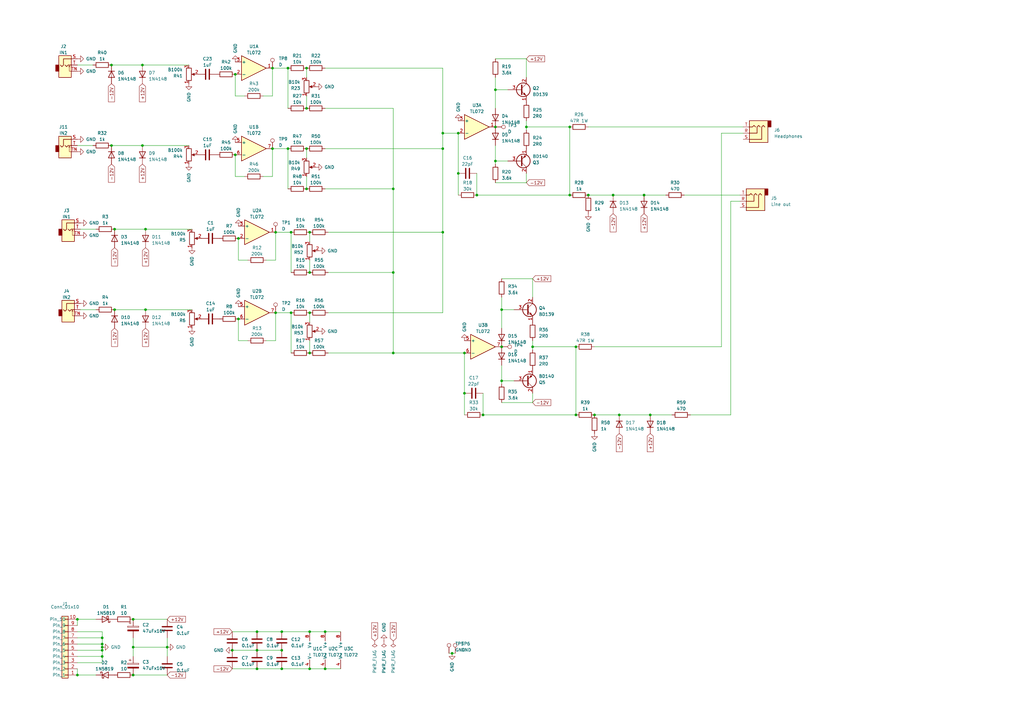
<source format=kicad_sch>
(kicad_sch (version 20230121) (generator eeschema)
  (paper "A3")
  (junction (at 97.79 130.81))
  (junction (at 119.38 95.25))
  (junction (at 59.69 127))
  (junction (at 203.2 52.07))
  (junction (at 241.3 80.01))
  (junction (at 181.61 54.61))
  (junction (at 119.38 128.27))
  (junction (at 41.91 266.7))
  (junction (at 31.75 254))
  (junction (at 125.73 44.45))
  (junction (at 203.2 36.83))
  (junction (at 113.03 128.27))
  (junction (at 215.9 52.07))
  (junction (at 161.29 77.47))
  (junction (at 125.73 27.94))
  (junction (at 118.11 60.96))
  (junction (at 264.16 80.01))
  (junction (at 236.22 142.24))
  (junction (at 187.96 71.12))
  (junction (at 127 128.27))
  (junction (at 45.72 26.67))
  (junction (at 41.91 264.16))
  (junction (at 96.52 63.5))
  (junction (at 161.29 111.76))
  (junction (at 185.42 267.97))
  (junction (at 205.74 156.21))
  (junction (at 46.99 127))
  (junction (at 46.99 93.98))
  (junction (at 105.41 259.08))
  (junction (at 105.41 266.7))
  (junction (at 41.91 265.43))
  (junction (at 203.2 66.04))
  (junction (at 133.35 274.32))
  (junction (at 127 111.76))
  (junction (at 115.57 259.08))
  (junction (at 68.58 265.43))
  (junction (at 113.03 95.25))
  (junction (at 31.75 276.86))
  (junction (at 127 144.78))
  (junction (at 195.58 80.01))
  (junction (at 205.74 142.24))
  (junction (at 243.84 170.18))
  (junction (at 54.61 265.43))
  (junction (at 111.76 60.96))
  (junction (at 105.41 274.32))
  (junction (at 125.73 77.47))
  (junction (at 190.5 161.29))
  (junction (at 58.42 26.67))
  (junction (at 96.52 30.48))
  (junction (at 181.61 60.96))
  (junction (at 205.74 127))
  (junction (at 161.29 144.78))
  (junction (at 190.5 144.78))
  (junction (at 58.42 59.69))
  (junction (at 233.68 80.01))
  (junction (at 97.79 97.79))
  (junction (at 233.68 52.07))
  (junction (at 115.57 266.7))
  (junction (at 187.96 54.61))
  (junction (at 115.57 274.32))
  (junction (at 118.11 27.94))
  (junction (at 127 95.25))
  (junction (at 198.12 170.18))
  (junction (at 111.76 27.94))
  (junction (at 95.25 266.7))
  (junction (at 236.22 170.18))
  (junction (at 127 259.08))
  (junction (at 125.73 60.96))
  (junction (at 54.61 254))
  (junction (at 45.72 59.69))
  (junction (at 218.44 142.24))
  (junction (at 59.69 93.98))
  (junction (at 127 274.32))
  (junction (at 41.91 269.24))
  (junction (at 133.35 259.08))
  (junction (at 266.7 170.18))
  (junction (at 254 170.18))
  (junction (at 251.46 80.01))
  (junction (at 54.61 276.86))
  (junction (at 41.91 261.62))
  (junction (at 181.61 95.25))
  (wire (pts (xy 31.75 259.08) (xy 41.91 259.08)))
  (wire (pts (xy 295.91 54.61) (xy 304.8 54.61)))
  (wire (pts (xy 45.72 59.69) (xy 58.42 59.69)))
  (wire (pts (xy 187.96 71.12) (xy 187.96 80.01)))
  (wire (pts (xy 133.35 274.32) (xy 139.7 274.32)))
  (wire (pts (xy 113.03 128.27) (xy 113.03 139.7)))
  (wire (pts (xy 113.03 139.7) (xy 109.22 139.7)))
  (wire (pts (xy 161.29 44.45) (xy 161.29 77.47)))
  (wire (pts (xy 31.75 264.16) (xy 41.91 264.16)))
  (wire (pts (xy 184.15 267.97) (xy 185.42 267.97)))
  (wire (pts (xy 233.68 52.07) (xy 215.9 52.07)))
  (wire (pts (xy 203.2 59.69) (xy 203.2 66.04)))
  (wire (pts (xy 39.37 254) (xy 31.75 254)))
  (wire (pts (xy 59.69 127) (xy 78.74 127)))
  (wire (pts (xy 41.91 269.24) (xy 41.91 266.7)))
  (wire (pts (xy 215.9 49.53) (xy 215.9 52.07)))
  (wire (pts (xy 161.29 111.76) (xy 161.29 144.78)))
  (wire (pts (xy 127 259.08) (xy 133.35 259.08)))
  (wire (pts (xy 218.44 114.3) (xy 218.44 121.92)))
  (wire (pts (xy 54.61 261.62) (xy 54.61 265.43)))
  (wire (pts (xy 203.2 24.13) (xy 215.9 24.13)))
  (wire (pts (xy 218.44 161.29) (xy 218.44 165.1)))
  (wire (pts (xy 187.96 71.12) (xy 187.96 54.61)))
  (wire (pts (xy 134.62 128.27) (xy 181.61 128.27)))
  (wire (pts (xy 127 274.32) (xy 133.35 274.32)))
  (wire (pts (xy 31.75 26.67) (xy 38.1 26.67)))
  (wire (pts (xy 97.79 139.7) (xy 97.79 130.81)))
  (wire (pts (xy 241.3 80.01) (xy 251.46 80.01)))
  (wire (pts (xy 205.74 114.3) (xy 218.44 114.3)))
  (wire (pts (xy 190.5 161.29) (xy 190.5 144.78)))
  (wire (pts (xy 205.74 121.92) (xy 205.74 127)))
  (wire (pts (xy 45.72 26.67) (xy 58.42 26.67)))
  (wire (pts (xy 54.61 276.86) (xy 68.58 276.86)))
  (wire (pts (xy 68.58 261.62) (xy 68.58 265.43)))
  (wire (pts (xy 218.44 142.24) (xy 218.44 143.51)))
  (wire (pts (xy 299.72 170.18) (xy 283.21 170.18)))
  (wire (pts (xy 133.35 77.47) (xy 161.29 77.47)))
  (wire (pts (xy 31.75 59.69) (xy 38.1 59.69)))
  (wire (pts (xy 33.02 93.98) (xy 39.37 93.98)))
  (wire (pts (xy 105.41 274.32) (xy 115.57 274.32)))
  (wire (pts (xy 101.6 106.68) (xy 97.79 106.68)))
  (wire (pts (xy 41.91 266.7) (xy 41.91 265.43)))
  (wire (pts (xy 59.69 93.98) (xy 78.74 93.98)))
  (wire (pts (xy 161.29 144.78) (xy 190.5 144.78)))
  (wire (pts (xy 303.53 80.01) (xy 280.67 80.01)))
  (wire (pts (xy 105.41 266.7) (xy 115.57 266.7)))
  (wire (pts (xy 205.74 149.86) (xy 205.74 156.21)))
  (wire (pts (xy 100.33 39.37) (xy 96.52 39.37)))
  (wire (pts (xy 134.62 144.78) (xy 161.29 144.78)))
  (wire (pts (xy 181.61 54.61) (xy 187.96 54.61)))
  (wire (pts (xy 41.91 259.08) (xy 41.91 261.62)))
  (wire (pts (xy 203.2 74.93) (xy 215.9 74.93)))
  (wire (pts (xy 215.9 24.13) (xy 215.9 31.75)))
  (wire (pts (xy 125.73 64.77) (xy 125.73 60.96)))
  (wire (pts (xy 198.12 170.18) (xy 236.22 170.18)))
  (wire (pts (xy 33.02 127) (xy 39.37 127)))
  (wire (pts (xy 215.9 71.12) (xy 215.9 74.93)))
  (wire (pts (xy 118.11 27.94) (xy 118.11 44.45)))
  (wire (pts (xy 101.6 139.7) (xy 97.79 139.7)))
  (wire (pts (xy 54.61 265.43) (xy 54.61 269.24)))
  (wire (pts (xy 127 132.08) (xy 127 128.27)))
  (wire (pts (xy 243.84 142.24) (xy 295.91 142.24)))
  (wire (pts (xy 113.03 95.25) (xy 113.03 106.68)))
  (wire (pts (xy 243.84 170.18) (xy 254 170.18)))
  (wire (pts (xy 203.2 36.83) (xy 208.28 36.83)))
  (wire (pts (xy 127 106.68) (xy 127 111.76)))
  (wire (pts (xy 54.61 265.43) (xy 68.58 265.43)))
  (wire (pts (xy 46.99 93.98) (xy 59.69 93.98)))
  (wire (pts (xy 115.57 259.08) (xy 127 259.08)))
  (wire (pts (xy 133.35 44.45) (xy 161.29 44.45)))
  (wire (pts (xy 161.29 77.47) (xy 161.29 111.76)))
  (wire (pts (xy 113.03 95.25) (xy 119.38 95.25)))
  (wire (pts (xy 119.38 128.27) (xy 119.38 144.78)))
  (wire (pts (xy 111.76 27.94) (xy 111.76 39.37)))
  (wire (pts (xy 127 139.7) (xy 127 144.78)))
  (wire (pts (xy 195.58 80.01) (xy 233.68 80.01)))
  (wire (pts (xy 95.25 266.7) (xy 105.41 266.7)))
  (wire (pts (xy 134.62 95.25) (xy 181.61 95.25)))
  (wire (pts (xy 133.35 259.08) (xy 139.7 259.08)))
  (wire (pts (xy 203.2 36.83) (xy 203.2 44.45)))
  (wire (pts (xy 97.79 106.68) (xy 97.79 97.79)))
  (wire (pts (xy 31.75 266.7) (xy 41.91 266.7)))
  (wire (pts (xy 134.62 111.76) (xy 161.29 111.76)))
  (wire (pts (xy 31.75 261.62) (xy 41.91 261.62)))
  (wire (pts (xy 185.42 267.97) (xy 186.69 267.97)))
  (wire (pts (xy 127 99.06) (xy 127 95.25)))
  (wire (pts (xy 113.03 106.68) (xy 109.22 106.68)))
  (wire (pts (xy 133.35 27.94) (xy 181.61 27.94)))
  (wire (pts (xy 190.5 161.29) (xy 190.5 170.18)))
  (wire (pts (xy 54.61 254) (xy 68.58 254)))
  (wire (pts (xy 125.73 31.75) (xy 125.73 27.94)))
  (wire (pts (xy 205.74 127) (xy 210.82 127)))
  (wire (pts (xy 96.52 39.37) (xy 96.52 30.48)))
  (wire (pts (xy 205.74 156.21) (xy 205.74 157.48)))
  (wire (pts (xy 233.68 80.01) (xy 233.68 52.07)))
  (wire (pts (xy 198.12 161.29) (xy 198.12 170.18)))
  (wire (pts (xy 58.42 59.69) (xy 77.47 59.69)))
  (wire (pts (xy 295.91 142.24) (xy 295.91 54.61)))
  (wire (pts (xy 251.46 80.01) (xy 264.16 80.01)))
  (wire (pts (xy 241.3 52.07) (xy 304.8 52.07)))
  (wire (pts (xy 119.38 95.25) (xy 119.38 111.76)))
  (wire (pts (xy 254 170.18) (xy 266.7 170.18)))
  (wire (pts (xy 68.58 265.43) (xy 68.58 269.24)))
  (wire (pts (xy 105.41 259.08) (xy 115.57 259.08)))
  (wire (pts (xy 39.37 276.86) (xy 31.75 276.86)))
  (wire (pts (xy 118.11 60.96) (xy 118.11 77.47)))
  (wire (pts (xy 41.91 261.62) (xy 41.91 264.16)))
  (wire (pts (xy 299.72 82.55) (xy 299.72 170.18)))
  (wire (pts (xy 181.61 95.25) (xy 181.61 60.96)))
  (wire (pts (xy 181.61 60.96) (xy 181.61 54.61)))
  (wire (pts (xy 181.61 27.94) (xy 181.61 54.61)))
  (wire (pts (xy 266.7 170.18) (xy 275.59 170.18)))
  (wire (pts (xy 41.91 271.78) (xy 41.91 269.24)))
  (wire (pts (xy 96.52 72.39) (xy 96.52 63.5)))
  (wire (pts (xy 58.42 26.67) (xy 77.47 26.67)))
  (wire (pts (xy 203.2 31.75) (xy 203.2 36.83)))
  (wire (pts (xy 195.58 71.12) (xy 195.58 80.01)))
  (wire (pts (xy 111.76 60.96) (xy 118.11 60.96)))
  (wire (pts (xy 95.25 274.32) (xy 105.41 274.32)))
  (wire (pts (xy 205.74 127) (xy 205.74 134.62)))
  (wire (pts (xy 299.72 82.55) (xy 303.53 82.55)))
  (wire (pts (xy 181.61 128.27) (xy 181.61 95.25)))
  (wire (pts (xy 203.2 66.04) (xy 203.2 67.31)))
  (wire (pts (xy 111.76 60.96) (xy 111.76 72.39)))
  (wire (pts (xy 218.44 139.7) (xy 218.44 142.24)))
  (wire (pts (xy 205.74 156.21) (xy 210.82 156.21)))
  (wire (pts (xy 203.2 66.04) (xy 208.28 66.04)))
  (wire (pts (xy 215.9 52.07) (xy 215.9 53.34)))
  (wire (pts (xy 125.73 72.39) (xy 125.73 77.47)))
  (wire (pts (xy 236.22 170.18) (xy 236.22 142.24)))
  (wire (pts (xy 115.57 274.32) (xy 127 274.32)))
  (wire (pts (xy 95.25 259.08) (xy 105.41 259.08)))
  (wire (pts (xy 31.75 254) (xy 31.75 256.54)))
  (wire (pts (xy 264.16 80.01) (xy 273.05 80.01)))
  (wire (pts (xy 125.73 39.37) (xy 125.73 44.45)))
  (wire (pts (xy 236.22 142.24) (xy 218.44 142.24)))
  (wire (pts (xy 31.75 274.32) (xy 31.75 276.86)))
  (wire (pts (xy 133.35 60.96) (xy 181.61 60.96)))
  (wire (pts (xy 111.76 27.94) (xy 118.11 27.94)))
  (wire (pts (xy 205.74 165.1) (xy 218.44 165.1)))
  (wire (pts (xy 31.75 271.78) (xy 41.91 271.78)))
  (wire (pts (xy 113.03 128.27) (xy 119.38 128.27)))
  (wire (pts (xy 111.76 72.39) (xy 107.95 72.39)))
  (wire (pts (xy 100.33 72.39) (xy 96.52 72.39)))
  (wire (pts (xy 31.75 269.24) (xy 41.91 269.24)))
  (wire (pts (xy 41.91 264.16) (xy 41.91 265.43)))
  (wire (pts (xy 111.76 39.37) (xy 107.95 39.37)))
  (wire (pts (xy 46.99 127) (xy 59.69 127)))
  (global_label "-12V" (shape input) (at 95.25 274.32 180) (property "Intersheetrefs" "${INTERSHEET_REFS}" (effects hide)))
  (global_label "-12V" (shape input) (at 218.44 165.1 0) (property "Intersheetrefs" "${INTERSHEET_REFS}" (effects hide)))
  (global_label "+12V" (shape input) (at 68.58 254 0) (property "Intersheetrefs" "${INTERSHEET_REFS}" (effects hide)))
  (global_label "+12V" (shape input) (at 59.69 101.6 270) (property "Intersheetrefs" "${INTERSHEET_REFS}" (effects hide)))
  (global_label "-12V" (shape input) (at 46.99 134.62 270) (property "Intersheetrefs" "${INTERSHEET_REFS}" (effects hide)))
  (global_label "+12V" (shape input) (at 218.44 114.3 0) (property "Intersheetrefs" "${INTERSHEET_REFS}" (effects hide)))
  (global_label "+12V" (shape input) (at 95.25 259.08 180) (property "Intersheetrefs" "${INTERSHEET_REFS}" (effects hide)))
  (global_label "-12V" (shape input) (at 45.72 34.29 270) (property "Intersheetrefs" "${INTERSHEET_REFS}" (effects hide)))
  (global_label "+12V" (shape input) (at 58.42 34.29 270) (property "Intersheetrefs" "${INTERSHEET_REFS}" (effects hide)))
  (global_label "+12V" (shape input) (at 264.16 87.63 270) (property "Intersheetrefs" "${INTERSHEET_REFS}" (effects hide)))
  (global_label "+12V" (shape input) (at 266.7 177.8 270) (property "Intersheetrefs" "${INTERSHEET_REFS}" (effects hide)))
  (global_label "-12V" (shape input) (at 68.58 276.86 0) (property "Intersheetrefs" "${INTERSHEET_REFS}" (effects hide)))
  (global_label "-12V" (shape input) (at 46.99 101.6 270) (property "Intersheetrefs" "${INTERSHEET_REFS}" (effects hide)))
  (global_label "-12V" (shape input) (at 161.29 262.89 90) (property "Intersheetrefs" "${INTERSHEET_REFS}" (effects hide)))
  (global_label "-12V" (shape input) (at 45.72 67.31 270) (property "Intersheetrefs" "${INTERSHEET_REFS}" (effects hide)))
  (global_label "+12V" (shape input) (at 59.69 134.62 270) (property "Intersheetrefs" "${INTERSHEET_REFS}" (effects hide)))
  (global_label "+12V" (shape input) (at 153.67 262.89 90) (property "Intersheetrefs" "${INTERSHEET_REFS}" (effects hide)))
  (global_label "+12V" (shape input) (at 58.42 67.31 270) (property "Intersheetrefs" "${INTERSHEET_REFS}" (effects hide)))
  (global_label "+12V" (shape input) (at 215.9 24.13 0) (property "Intersheetrefs" "${INTERSHEET_REFS}" (effects hide)))
  (global_label "-12V" (shape input) (at 251.46 87.63 270) (property "Intersheetrefs" "${INTERSHEET_REFS}" (effects hide)))
  (global_label "-12V" (shape input) (at 254 177.8 270) (property "Intersheetrefs" "${INTERSHEET_REFS}" (effects hide)))
  (global_label "-12V" (shape input) (at 215.9 74.93 0) (property "Intersheetrefs" "${INTERSHEET_REFS}" (effects hide)))
  (symbol (lib_name "GND_1") (lib_id "power:GND") (at 31.75 29.21 90) (unit 1)
    (property "Reference" "#PWR039" (effects hide))
    (property "Value" "GND" (at 39.37 29.21 90) (effects (justify left)))
  )
  (symbol (lib_id "Device:D") (at 205.74 138.43 90) (unit 1)
    (property "Reference" "D15" (at 208.28 137.795 90) (effects (justify right)))
    (property "Value" "1N4148" (at 208.28 140.335 90) (effects (justify right)))
    (property "Footprint" "Diode_THT:D_DO-35_SOD27_P7.62mm_Horizontal" (effects hide))
    (property "Sim.Device" "D" (effects hide))
    (property "Sim.Pins" "1=K 2=A" (effects hide))
  )
  (symbol (lib_name "GND_1") (lib_id "power:GND") (at 33.02 124.46 90) (unit 1)
    (property "Reference" "#PWR06" (effects hide))
    (property "Value" "GND" (at 40.64 124.46 90) (effects (justify left)))
  )
  (symbol (lib_id "Device:R") (at 129.54 60.96 270) (unit 1)
    (property "Reference" "R50" (at 129.54 55.88 90))
    (property "Value" "100k" (at 129.54 58.42 90))
    (property "Footprint" "Resistor_THT:R_Axial_DIN0207_L6.3mm_D2.5mm_P2.54mm_Vertical" (effects hide))
  )
  (symbol (lib_name "GND_1") (lib_id "power:GND") (at 190.5 139.7 180) (unit 1)
    (property "Reference" "#PWR015" (effects hide))
    (property "Value" "GND" (at 190.5 132.08 90) (effects (justify left)))
  )
  (symbol (lib_id "Device:R") (at 93.98 130.81 270) (unit 1)
    (property "Reference" "R8" (at 93.98 125.73 90))
    (property "Value" "100k" (at 93.98 128.27 90))
    (property "Footprint" "Resistor_THT:R_Axial_DIN0207_L6.3mm_D2.5mm_P2.54mm_Vertical" (effects hide))
  )
  (symbol (lib_id "Device:C") (at 68.58 273.05 0) (unit 1)
    (property "Reference" "C5" (at 72.39 272.415 0) (effects (justify left)))
    (property "Value" "0.1uF" (at 72.39 274.955 0) (effects (justify left)))
    (property "Footprint" "Capacitor_THT:C_Disc_D5.0mm_W2.5mm_P5.00mm" (effects hide))
  )
  (symbol (lib_id "Device:R_Potentiometer") (at 77.47 63.5 0) (mirror x) (unit 1)
    (property "Reference" "R44" (at 74.93 64.135 0) (effects (justify right)))
    (property "Value" "B100k" (at 74.93 61.595 0) (effects (justify right)))
    (property "Footprint" "Potentiometer_THT:Potentiometer_Alpha_RD901F-40-00D_Single_Vertical" (effects hide))
  )
  (symbol (lib_id "Connector:TestPoint") (at 184.15 267.97 0) (unit 1)
    (property "Reference" "TP5" (at 186.69 264.033 0) (effects (justify left)))
    (property "Value" "GND" (at 186.69 266.573 0) (effects (justify left)))
    (property "Footprint" "Connector_PinSocket_1.27mm:PinSocket_1x01_P1.27mm_Vertical" (effects hide))
  )
  (symbol (lib_id "Device:R") (at 203.2 27.94 0) (unit 1)
    (property "Reference" "R19" (at 205.74 27.305 0) (effects (justify left)))
    (property "Value" "3.6k" (at 205.74 29.845 0) (effects (justify left)))
    (property "Footprint" "Resistor_THT:R_Axial_DIN0207_L6.3mm_D2.5mm_P2.54mm_Vertical" (effects hide))
  )
  (symbol (lib_id "power:GND") (at 68.58 265.43 90) (unit 1)
    (property "Reference" "#PWR04" (effects hide))
    (property "Value" "GND" (at 76.2 265.43 90) (effects (justify left)))
  )
  (symbol (lib_id "power:PWR_FLAG") (at 157.48 262.89 180) (unit 1)
    (property "Reference" "#FLG02" (effects hide))
    (property "Value" "PWR_FLAG" (at 157.4799 266.573 90) (effects (justify left)))
  )
  (symbol (lib_id "Device:R") (at 191.77 80.01 270) (unit 1)
    (property "Reference" "R18" (at 191.77 74.93 90))
    (property "Value" "30k" (at 191.77 77.47 90))
    (property "Footprint" "Resistor_THT:R_Axial_DIN0207_L6.3mm_D2.5mm_P2.54mm_Vertical" (effects hide))
  )
  (symbol (lib_id "Device:D") (at 58.42 63.5 90) (unit 1)
    (property "Reference" "D9" (at 60.96 62.865 90) (effects (justify right)))
    (property "Value" "1N4148" (at 60.96 65.405 90) (effects (justify right)))
    (property "Footprint" "Diode_THT:D_DO-35_SOD27_P7.62mm_Horizontal" (effects hide))
    (property "Sim.Device" "D" (effects hide))
    (property "Sim.Pins" "1=K 2=A" (effects hide))
  )
  (symbol (lib_id "Device:C_Polarized") (at 54.61 273.05 0) (unit 1)
    (property "Reference" "C3" (at 58.42 271.526 0) (effects (justify left)))
    (property "Value" "47uFx16V" (at 58.42 274.066 0) (effects (justify left)))
    (property "Footprint" "Capacitor_THT:CP_Radial_D5.0mm_P2.50mm" (effects hide))
  )
  (symbol (lib_id "Device:R") (at 104.14 39.37 270) (unit 1)
    (property "Reference" "R43" (at 104.14 34.29 90))
    (property "Value" "200k" (at 104.14 36.83 90))
    (property "Footprint" "Resistor_THT:R_Axial_DIN0207_L6.3mm_D2.5mm_P2.54mm_Vertical" (effects hide))
  )
  (symbol (lib_id "Device:C") (at 86.36 97.79 90) (unit 1)
    (property "Reference" "C1" (at 86.36 91.44 90))
    (property "Value" "1uF" (at 86.36 93.98 90))
    (property "Footprint" "Capacitor_THT:C_Disc_D5.0mm_W2.5mm_P5.00mm" (effects hide))
  )
  (symbol (lib_name "GND_1") (lib_id "power:GND") (at 96.52 58.42 180) (unit 1)
    (property "Reference" "#PWR037" (effects hide))
    (property "Value" "GND" (at 96.52 50.8 90) (effects (justify left)))
  )
  (symbol (lib_id "Connector:TestPoint") (at 186.69 267.97 0) (unit 1)
    (property "Reference" "TP6" (at 189.23 264.033 0) (effects (justify left)))
    (property "Value" "GND" (at 189.23 266.573 0) (effects (justify left)))
    (property "Footprint" "Connector_PinSocket_1.27mm:PinSocket_1x01_P1.27mm_Vertical" (effects hide))
  )
  (symbol (lib_id "Device:R") (at 123.19 144.78 270) (unit 1)
    (property "Reference" "R17" (at 123.19 139.7 90))
    (property "Value" "10k" (at 123.19 142.24 90))
    (property "Footprint" "Resistor_THT:R_Axial_DIN0207_L6.3mm_D2.5mm_P2.54mm_Vertical" (effects hide))
  )
  (symbol (lib_id "Device:R") (at 215.9 57.15 0) (unit 1)
    (property "Reference" "R24" (at 218.44 56.515 0) (effects (justify left)))
    (property "Value" "2R0" (at 218.44 59.055 0) (effects (justify left)))
    (property "Footprint" "Resistor_THT:R_Axial_DIN0207_L6.3mm_D2.5mm_P2.54mm_Vertical" (effects hide))
  )
  (symbol (lib_id "Transistor_BJT:BD140") (at 213.36 66.04 0) (mirror x) (unit 1)
    (property "Reference" "Q3" (at 218.44 66.675 0) (effects (justify left)))
    (property "Value" "BD140" (at 218.44 64.135 0) (effects (justify left)))
    (property "Footprint" "Package_TO_SOT_THT:TO-126-3_Vertical" (effects hide))
    (property "Datasheet" "http://www.st.com/internet/com/TECHNICAL_RESOURCES/TECHNICAL_LITERATURE/DATASHEET/CD00001225.pdf" (effects hide))
  )
  (symbol (lib_id "Device:R") (at 130.81 95.25 270) (unit 1)
    (property "Reference" "R54" (at 130.81 90.17 90))
    (property "Value" "100k" (at 130.81 92.71 90))
    (property "Footprint" "Resistor_THT:R_Axial_DIN0207_L6.3mm_D2.5mm_P2.54mm_Vertical" (effects hide))
  )
  (symbol (lib_id "Amplifier_Operational:TL072") (at 104.14 27.94 0) (unit 1)
    (property "Reference" "U1" (at 104.14 19.05 0))
    (property "Value" "TL072" (at 104.14 21.59 0))
    (property "Datasheet" "http://www.ti.com/lit/ds/symlink/tl071.pdf" (effects hide))
  )
  (symbol (lib_id "Transistor_BJT:BD139") (at 215.9 127 0) (unit 1)
    (property "Reference" "Q4" (at 220.98 126.365 0) (effects (justify left)))
    (property "Value" "BD139" (at 220.98 128.905 0) (effects (justify left)))
    (property "Footprint" "Package_TO_SOT_THT:TO-126-3_Vertical" (effects hide))
    (property "Datasheet" "http://www.st.com/internet/com/TECHNICAL_RESOURCES/TECHNICAL_LITERATURE/DATASHEET/CD00001225.pdf" (effects hide))
  )
  (symbol (lib_name "GND_1") (lib_id "power:GND") (at 97.79 92.71 180) (unit 1)
    (property "Reference" "#PWR014" (effects hide))
    (property "Value" "GND" (at 97.79 85.09 90) (effects (justify left)))
  )
  (symbol (lib_id "Connector:TestPoint") (at 111.76 27.94 0) (unit 1)
    (property "Reference" "TP8" (at 114.3 24.003 0) (effects (justify left)))
    (property "Value" "D" (at 114.3 26.543 0) (effects (justify left)))
    (property "Footprint" "Connector_PinSocket_1.27mm:PinSocket_1x01_P1.27mm_Vertical" (effects hide))
  )
  (symbol (lib_id "Connector_Audio:AudioJack2_SwitchT") (at 26.67 59.69 0) (unit 1)
    (property "Reference" "J11" (at 26.035 52.07 0))
    (property "Value" "IN2" (at 26.035 54.61 0))
    (property "Footprint" "Connector_Audio:Jack_3.5mm_QingPu_WQP-PJ398SM_Vertical_CircularHoles" (effects hide))
  )
  (symbol (lib_id "Device:R") (at 218.44 135.89 0) (unit 1)
    (property "Reference" "R36" (at 220.98 135.255 0) (effects (justify left)))
    (property "Value" "2R0" (at 220.98 137.795 0) (effects (justify left)))
    (property "Footprint" "Resistor_THT:R_Axial_DIN0207_L6.3mm_D2.5mm_P2.54mm_Vertical" (effects hide))
  )
  (symbol (lib_id "Device:R") (at 41.91 26.67 90) (unit 1)
    (property "Reference" "R40" (at 41.91 21.59 90))
    (property "Value" "1k" (at 41.91 24.13 90))
    (property "Footprint" "Resistor_THT:R_Axial_DIN0207_L6.3mm_D2.5mm_P2.54mm_Vertical" (effects hide))
  )
  (symbol (lib_id "Amplifier_Operational:TL072") (at 198.12 142.24 0) (unit 2)
    (property "Reference" "U3" (at 198.12 133.35 0))
    (property "Value" "TL072" (at 198.12 135.89 0))
    (property "Datasheet" "http://www.ti.com/lit/ds/symlink/tl071.pdf" (effects hide))
  )
  (symbol (lib_name "GND_1") (lib_id "power:GND") (at 31.75 62.23 90) (unit 1)
    (property "Reference" "#PWR040" (effects hide))
    (property "Value" "GND" (at 39.37 62.23 90) (effects (justify left)))
  )
  (symbol (lib_name "GND_1") (lib_id "power:GND") (at 78.74 101.6 0) (unit 1)
    (property "Reference" "#PWR012" (effects hide))
    (property "Value" "GND" (at 78.74 109.22 90) (effects (justify left)))
  )
  (symbol (lib_id "Diode:1N5819") (at 43.18 276.86 0) (unit 1)
    (property "Reference" "D2" (at 42.8625 271.78 0))
    (property "Value" "1N5819" (at 42.8625 274.32 0))
    (property "Footprint" "Diode_THT:D_DO-41_SOD81_P7.62mm_Horizontal" (effects hide))
    (property "Datasheet" "http://www.vishay.com/docs/88525/1n5817.pdf" (effects hide))
  )
  (symbol (lib_id "Device:R") (at 130.81 128.27 270) (unit 1)
    (property "Reference" "R56" (at 130.81 123.19 90))
    (property "Value" "100k" (at 130.81 125.73 90))
    (property "Footprint" "Resistor_THT:R_Axial_DIN0207_L6.3mm_D2.5mm_P2.54mm_Vertical" (effects hide))
  )
  (symbol (lib_id "Connector_Audio:AudioJack3") (at 309.88 54.61 180) (unit 1)
    (property "Reference" "J6" (at 317.5 53.34 0) (effects (justify right)))
    (property "Value" "Headphones" (at 317.5 55.88 0) (effects (justify right)))
  )
  (symbol (lib_id "Device:R") (at 241.3 83.82 180) (unit 1)
    (property "Reference" "R29" (at 243.84 83.185 0) (effects (justify right)))
    (property "Value" "1k" (at 243.84 85.725 0) (effects (justify right)))
    (property "Footprint" "Resistor_THT:R_Axial_DIN0207_L6.3mm_D2.5mm_P2.54mm_Vertical" (effects hide))
  )
  (symbol (lib_id "Device:D") (at 203.2 48.26 90) (unit 1)
    (property "Reference" "D4" (at 205.74 47.625 90) (effects (justify right)))
    (property "Value" "1N4148" (at 205.74 50.165 90) (effects (justify right)))
    (property "Footprint" "Diode_THT:D_DO-35_SOD27_P7.62mm_Horizontal" (effects hide))
    (property "Sim.Device" "D" (effects hide))
    (property "Sim.Pins" "1=K 2=A" (effects hide))
  )
  (symbol (lib_id "Device:R") (at 237.49 52.07 90) (unit 1)
    (property "Reference" "R26" (at 237.49 46.99 90))
    (property "Value" "47R 1W" (at 237.49 49.53 90))
    (property "Footprint" "Resistor_THT:R_Axial_DIN0207_L6.3mm_D2.5mm_P2.54mm_Vertical" (effects hide))
  )
  (symbol (lib_id "Device:D") (at 251.46 83.82 270) (unit 1)
    (property "Reference" "D13" (at 254 83.185 90) (effects (justify left)))
    (property "Value" "1N4148" (at 254 85.725 90) (effects (justify left)))
    (property "Footprint" "Diode_THT:D_DO-35_SOD27_P7.62mm_Horizontal" (effects hide))
    (property "Sim.Device" "D" (effects hide))
    (property "Sim.Pins" "1=K 2=A" (effects hide))
  )
  (symbol (lib_id "Device:R") (at 104.14 72.39 270) (unit 1)
    (property "Reference" "R46" (at 104.14 67.31 90))
    (property "Value" "200k" (at 104.14 69.85 90))
    (property "Footprint" "Resistor_THT:R_Axial_DIN0207_L6.3mm_D2.5mm_P2.54mm_Vertical" (effects hide))
  )
  (symbol (lib_id "Device:R") (at 121.92 44.45 270) (unit 1)
    (property "Reference" "R27" (at 121.92 39.37 90))
    (property "Value" "10k" (at 121.92 41.91 90))
    (property "Footprint" "Resistor_THT:R_Axial_DIN0207_L6.3mm_D2.5mm_P2.54mm_Vertical" (effects hide))
  )
  (symbol (lib_id "Device:R") (at 50.8 276.86 90) (unit 1)
    (property "Reference" "R2" (at 50.8 271.78 90))
    (property "Value" "10" (at 50.8 274.32 90))
    (property "Footprint" "Resistor_THT:R_Axial_DIN0207_L6.3mm_D2.5mm_P2.54mm_Vertical" (effects hide))
  )
  (symbol (lib_id "Amplifier_Operational:TL072") (at 105.41 95.25 0) (unit 1)
    (property "Reference" "U2" (at 105.41 86.36 0))
    (property "Value" "TL072" (at 105.41 88.9 0))
    (property "Datasheet" "http://www.ti.com/lit/ds/symlink/tl071.pdf" (effects hide))
  )
  (symbol (lib_id "Device:C") (at 194.31 161.29 90) (unit 1)
    (property "Reference" "C17" (at 194.31 154.94 90))
    (property "Value" "22pF" (at 194.31 157.48 90))
    (property "Footprint" "Capacitor_THT:C_Disc_D5.0mm_W2.5mm_P5.00mm" (effects hide))
  )
  (symbol (lib_id "Connector:TestPoint") (at 111.76 60.96 0) (unit 1)
    (property "Reference" "TP9" (at 114.3 57.023 0) (effects (justify left)))
    (property "Value" "D" (at 114.3 59.563 0) (effects (justify left)))
    (property "Footprint" "Connector_PinSocket_1.27mm:PinSocket_1x01_P1.27mm_Vertical" (effects hide))
  )
  (symbol (lib_id "power:PWR_FLAG") (at 153.67 262.89 180) (unit 1)
    (property "Reference" "#FLG01" (effects hide))
    (property "Value" "PWR_FLAG" (at 153.6699 266.573 90) (effects (justify left)))
  )
  (symbol (lib_id "Amplifier_Operational:TL072") (at 195.58 52.07 0) (unit 1)
    (property "Reference" "U3" (at 195.58 43.18 0))
    (property "Value" "TL072" (at 195.58 45.72 0))
    (property "Datasheet" "http://www.ti.com/lit/ds/symlink/tl071.pdf" (effects hide))
  )
  (symbol (lib_id "Device:R_Potentiometer") (at 78.74 97.79 0) (mirror x) (unit 1)
    (property "Reference" "R5" (at 76.2 98.425 0) (effects (justify right)))
    (property "Value" "B100k" (at 76.2 95.885 0) (effects (justify right)))
    (property "Footprint" "Potentiometer_THT:Potentiometer_Alpha_RD901F-40-00D_Single_Vertical" (effects hide))
  )
  (symbol (lib_id "Device:R") (at 92.71 63.5 270) (unit 1)
    (property "Reference" "R45" (at 92.71 58.42 90))
    (property "Value" "100k" (at 92.71 60.96 90))
    (property "Footprint" "Resistor_THT:R_Axial_DIN0207_L6.3mm_D2.5mm_P2.54mm_Vertical" (effects hide))
  )
  (symbol (lib_id "Device:R") (at 93.98 97.79 270) (unit 1)
    (property "Reference" "R7" (at 93.98 92.71 90))
    (property "Value" "100k" (at 93.98 95.25 90))
    (property "Footprint" "Resistor_THT:R_Axial_DIN0207_L6.3mm_D2.5mm_P2.54mm_Vertical" (effects hide))
  )
  (symbol (lib_name "GND_1") (lib_id "power:GND") (at 33.02 96.52 90) (unit 1)
    (property "Reference" "#PWR03" (effects hide))
    (property "Value" "GND" (at 40.64 96.52 90) (effects (justify left)))
  )
  (symbol (lib_id "Device:D") (at 264.16 83.82 90) (unit 1)
    (property "Reference" "D14" (at 266.7 83.185 90) (effects (justify right)))
    (property "Value" "1N4148" (at 266.7 85.725 90) (effects (justify right)))
    (property "Footprint" "Diode_THT:D_DO-35_SOD27_P7.62mm_Horizontal" (effects hide))
    (property "Sim.Device" "D" (effects hide))
    (property "Sim.Pins" "1=K 2=A" (effects hide))
  )
  (symbol (lib_id "Device:C") (at 105.41 270.51 0) (unit 1)
    (property "Reference" "C9" (at 109.22 269.875 0) (effects (justify left)))
    (property "Value" "0.1uF" (at 109.22 272.415 0) (effects (justify left)))
    (property "Footprint" "Capacitor_THT:C_Disc_D5.0mm_W2.5mm_P5.00mm" (effects hide))
  )
  (symbol (lib_name "GND_1") (lib_id "power:GND") (at 33.02 91.44 90) (unit 1)
    (property "Reference" "#PWR02" (effects hide))
    (property "Value" "GND" (at 40.64 91.44 90) (effects (justify left)))
  )
  (symbol (lib_id "Connector_Audio:AudioJack2_SwitchT") (at 27.94 93.98 0) (unit 1)
    (property "Reference" "J3" (at 27.305 86.36 0))
    (property "Value" "IN1" (at 27.305 88.9 0))
    (property "Footprint" "Connector_Audio:Jack_3.5mm_QingPu_WQP-PJ398SM_Vertical_CircularHoles" (effects hide))
  )
  (symbol (lib_id "Transistor_BJT:BD140") (at 215.9 156.21 0) (mirror x) (unit 1)
    (property "Reference" "Q5" (at 220.98 156.845 0) (effects (justify left)))
    (property "Value" "BD140" (at 220.98 154.305 0) (effects (justify left)))
    (property "Footprint" "Package_TO_SOT_THT:TO-126-3_Vertical" (effects hide))
    (property "Datasheet" "http://www.st.com/internet/com/TECHNICAL_RESOURCES/TECHNICAL_LITERATURE/DATASHEET/CD00001225.pdf" (effects hide))
  )
  (symbol (lib_id "Device:R") (at 276.86 80.01 90) (unit 1)
    (property "Reference" "R30" (at 276.86 74.93 90))
    (property "Value" "470" (at 276.86 77.47 90))
    (property "Footprint" "Resistor_THT:R_Axial_DIN0207_L6.3mm_D2.5mm_P2.54mm_Vertical" (effects hide))
  )
  (symbol (lib_id "Device:R_Potentiometer") (at 127 102.87 0) (mirror x) (unit 1)
    (property "Reference" "R52" (at 124.46 103.505 0) (effects (justify right)))
    (property "Value" "B10k" (at 124.46 100.965 0) (effects (justify right)))
    (property "Footprint" "Potentiometer_THT:Potentiometer_Alpha_RD901F-40-00D_Single_Vertical" (effects hide))
  )
  (symbol (lib_id "Device:D") (at 46.99 97.79 270) (unit 1)
    (property "Reference" "D3" (at 49.53 97.155 90) (effects (justify left)))
    (property "Value" "1N4148" (at 49.53 99.695 90) (effects (justify left)))
    (property "Footprint" "Diode_THT:D_DO-35_SOD27_P7.62mm_Horizontal" (effects hide))
    (property "Sim.Device" "D" (effects hide))
    (property "Sim.Pins" "1=K 2=A" (effects hide))
  )
  (symbol (lib_id "Connector:TestPoint") (at 113.03 95.25 0) (unit 1)
    (property "Reference" "TP1" (at 115.57 91.313 0) (effects (justify left)))
    (property "Value" "D" (at 115.57 93.853 0) (effects (justify left)))
    (property "Footprint" "Connector_PinSocket_1.27mm:PinSocket_1x01_P1.27mm_Vertical" (effects hide))
  )
  (symbol (lib_id "Device:R") (at 50.8 254 90) (unit 1)
    (property "Reference" "R1" (at 50.8 248.92 90))
    (property "Value" "10" (at 50.8 251.46 90))
    (property "Footprint" "Resistor_THT:R_Axial_DIN0207_L6.3mm_D2.5mm_P2.54mm_Vertical" (effects hide))
  )
  (symbol (lib_id "Device:R") (at 123.19 95.25 270) (unit 1)
    (property "Reference" "R14" (at 123.19 90.17 90))
    (property "Value" "10k" (at 123.19 92.71 90))
    (property "Footprint" "Resistor_THT:R_Axial_DIN0207_L6.3mm_D2.5mm_P2.54mm_Vertical" (effects hide))
  )
  (symbol (lib_name "GND_1") (lib_id "power:GND") (at 97.79 125.73 180) (unit 1)
    (property "Reference" "#PWR041" (effects hide))
    (property "Value" "GND" (at 97.79 118.11 90) (effects (justify left)))
  )
  (symbol (lib_id "Amplifier_Operational:TL072") (at 135.89 266.7 0) (unit 3)
    (property "Reference" "U2" (at 134.62 266.065 0) (effects (justify left)))
    (property "Value" "TL072" (at 134.62 268.605 0) (effects (justify left)))
    (property "Datasheet" "http://www.ti.com/lit/ds/symlink/tl071.pdf" (effects hide))
  )
  (symbol (lib_id "Connector:TestPoint") (at 205.74 142.24 270) (unit 1)
    (property "Reference" "TP4" (at 210.82 141.605 90) (effects (justify left)))
    (property "Value" "D" (at 210.82 144.145 90) (effects (justify left)))
    (property "Footprint" "Connector_PinSocket_1.27mm:PinSocket_1x01_P1.27mm_Vertical" (effects hide))
  )
  (symbol (lib_id "Device:C") (at 115.57 270.51 0) (unit 1)
    (property "Reference" "C13" (at 119.38 269.875 0) (effects (justify left)))
    (property "Value" "0.1uF" (at 119.38 272.415 0) (effects (justify left)))
    (property "Footprint" "Capacitor_THT:C_Disc_D5.0mm_W2.5mm_P5.00mm" (effects hide))
  )
  (symbol (lib_id "Device:R") (at 105.41 106.68 270) (unit 1)
    (property "Reference" "R12" (at 105.41 101.6 90))
    (property "Value" "200k" (at 105.41 104.14 90))
    (property "Footprint" "Resistor_THT:R_Axial_DIN0207_L6.3mm_D2.5mm_P2.54mm_Vertical" (effects hide))
  )
  (symbol (lib_id "Connector_Audio:AudioJack3") (at 308.61 82.55 180) (unit 1)
    (property "Reference" "J5" (at 316.23 81.28 0) (effects (justify right)))
    (property "Value" "Line out" (at 316.23 83.82 0) (effects (justify right)))
  )
  (symbol (lib_id "Device:D") (at 46.99 130.81 270) (unit 1)
    (property "Reference" "D10" (at 49.53 130.175 90) (effects (justify left)))
    (property "Value" "1N4148" (at 49.53 132.715 90) (effects (justify left)))
    (property "Footprint" "Diode_THT:D_DO-35_SOD27_P7.62mm_Horizontal" (effects hide))
    (property "Sim.Device" "D" (effects hide))
    (property "Sim.Pins" "1=K 2=A" (effects hide))
  )
  (symbol (lib_id "Device:R") (at 215.9 45.72 0) (unit 1)
    (property "Reference" "R25" (at 218.44 45.085 0) (effects (justify left)))
    (property "Value" "2R0" (at 218.44 47.625 0) (effects (justify left)))
    (property "Footprint" "Resistor_THT:R_Axial_DIN0207_L6.3mm_D2.5mm_P2.54mm_Vertical" (effects hide))
  )
  (symbol (lib_id "Device:C_Polarized") (at 54.61 257.81 0) (unit 1)
    (property "Reference" "C2" (at 58.42 256.286 0) (effects (justify left)))
    (property "Value" "47uFx16V" (at 58.42 258.826 0) (effects (justify left)))
    (property "Footprint" "Capacitor_THT:CP_Radial_D5.0mm_P2.50mm" (effects hide))
  )
  (symbol (lib_name "GND_1") (lib_id "power:GND") (at 241.3 87.63 0) (unit 1)
    (property "Reference" "#PWR018" (effects hide))
    (property "Value" "GND" (at 241.3 95.25 90) (effects (justify left)))
  )
  (symbol (lib_id "power:GND") (at 157.48 262.89 180) (unit 1)
    (property "Reference" "#PWR016" (effects hide))
    (property "Value" "GND" (at 157.48 255.27 90) (effects (justify left)))
  )
  (symbol (lib_id "Device:R") (at 130.81 111.76 270) (unit 1)
    (property "Reference" "R55" (at 130.81 106.68 90))
    (property "Value" "100k" (at 130.81 109.22 90))
    (property "Footprint" "Resistor_THT:R_Axial_DIN0207_L6.3mm_D2.5mm_P2.54mm_Vertical" (effects hide))
  )
  (symbol (lib_id "Device:R") (at 129.54 77.47 270) (unit 1)
    (property "Reference" "R51" (at 129.54 72.39 90))
    (property "Value" "100k" (at 129.54 74.93 90))
    (property "Footprint" "Resistor_THT:R_Axial_DIN0207_L6.3mm_D2.5mm_P2.54mm_Vertical" (effects hide))
  )
  (symbol (lib_id "Device:R") (at 240.03 170.18 90) (unit 1)
    (property "Reference" "R39" (at 240.03 165.1 90))
    (property "Value" "1k" (at 240.03 167.64 90))
    (property "Footprint" "Resistor_THT:R_Axial_DIN0207_L6.3mm_D2.5mm_P2.54mm_Vertical" (effects hide))
  )
  (symbol (lib_name "GND_1") (lib_id "power:GND") (at 41.91 265.43 90) (unit 1)
    (property "Reference" "#PWR01" (effects hide))
    (property "Value" "GND" (at 49.53 265.43 90) (effects (justify left)))
  )
  (symbol (lib_name "GND_1") (lib_id "power:GND") (at 187.96 49.53 180) (unit 1)
    (property "Reference" "#PWR017" (effects hide))
    (property "Value" "GND" (at 187.96 41.91 90) (effects (justify left)))
  )
  (symbol (lib_id "Device:R") (at 121.92 27.94 270) (unit 1)
    (property "Reference" "R21" (at 121.92 22.86 90))
    (property "Value" "10k" (at 121.92 25.4 90))
    (property "Footprint" "Resistor_THT:R_Axial_DIN0207_L6.3mm_D2.5mm_P2.54mm_Vertical" (effects hide))
  )
  (symbol (lib_id "Device:R") (at 130.81 144.78 270) (unit 1)
    (property "Reference" "R57" (at 130.81 139.7 90))
    (property "Value" "100k" (at 130.81 142.24 90))
    (property "Footprint" "Resistor_THT:R_Axial_DIN0207_L6.3mm_D2.5mm_P2.54mm_Vertical" (effects hide))
  )
  (symbol (lib_id "Device:C") (at 191.77 71.12 90) (unit 1)
    (property "Reference" "C16" (at 191.77 64.77 90))
    (property "Value" "22pF" (at 191.77 67.31 90))
    (property "Footprint" "Capacitor_THT:C_Disc_D5.0mm_W2.5mm_P5.00mm" (effects hide))
  )
  (symbol (lib_id "power:GND") (at 95.25 266.7 270) (unit 1)
    (property "Reference" "#PWR07" (effects hide))
    (property "Value" "GND" (at 87.63 266.7 90) (effects (justify left)))
  )
  (symbol (lib_name "GND_1") (lib_id "power:GND") (at 77.47 34.29 0) (unit 1)
    (property "Reference" "#PWR034" (effects hide))
    (property "Value" "GND" (at 77.47 41.91 90) (effects (justify left)))
  )
  (symbol (lib_id "Device:D") (at 266.7 173.99 90) (unit 1)
    (property "Reference" "D18" (at 269.24 173.355 90) (effects (justify right)))
    (property "Value" "1N4148" (at 269.24 175.895 90) (effects (justify right)))
    (property "Footprint" "Diode_THT:D_DO-35_SOD27_P7.62mm_Horizontal" (effects hide))
    (property "Sim.Device" "D" (effects hide))
    (property "Sim.Pins" "1=K 2=A" (effects hide))
  )
  (symbol (lib_id "Device:R") (at 129.54 44.45 270) (unit 1)
    (property "Reference" "R31" (at 129.54 39.37 90))
    (property "Value" "100k" (at 129.54 41.91 90))
    (property "Footprint" "Resistor_THT:R_Axial_DIN0207_L6.3mm_D2.5mm_P2.54mm_Vertical" (effects hide))
  )
  (symbol (lib_name "GND_1") (lib_id "power:GND") (at 31.75 57.15 90) (unit 1)
    (property "Reference" "#PWR025" (effects hide))
    (property "Value" "GND" (at 39.37 57.15 90) (effects (justify left)))
  )
  (symbol (lib_id "Device:R_Potentiometer") (at 77.47 30.48 0) (mirror x) (unit 1)
    (property "Reference" "R41" (at 74.93 31.115 0) (effects (justify right)))
    (property "Value" "B100k" (at 74.93 28.575 0) (effects (justify right)))
    (property "Footprint" "Potentiometer_THT:Potentiometer_Alpha_RD901F-40-00D_Single_Vertical" (effects hide))
  )
  (symbol (lib_id "Device:D") (at 59.69 130.81 90) (unit 1)
    (property "Reference" "D12" (at 62.23 130.175 90) (effects (justify right)))
    (property "Value" "1N4148" (at 62.23 132.715 90) (effects (justify right)))
    (property "Footprint" "Diode_THT:D_DO-35_SOD27_P7.62mm_Horizontal" (effects hide))
    (property "Sim.Device" "D" (effects hide))
    (property "Sim.Pins" "1=K 2=A" (effects hide))
  )
  (symbol (lib_name "GND_1") (lib_id "power:GND") (at 96.52 25.4 180) (unit 1)
    (property "Reference" "#PWR035" (effects hide))
    (property "Value" "GND" (at 96.52 17.78 90) (effects (justify left)))
  )
  (symbol (lib_name "GND_1") (lib_id "power:GND") (at 33.02 129.54 90) (unit 1)
    (property "Reference" "#PWR011" (effects hide))
    (property "Value" "GND" (at 40.64 129.54 90) (effects (justify left)))
  )
  (symbol (lib_name "GND_1") (lib_id "power:GND") (at 243.84 177.8 0) (unit 1)
    (property "Reference" "#PWR019" (effects hide))
    (property "Value" "GND" (at 243.84 185.42 90) (effects (justify left)))
  )
  (symbol (lib_id "power:GND") (at 185.42 267.97 0) (unit 1)
    (property "Reference" "#PWR020" (effects hide))
    (property "Value" "GND" (at 185.42 275.59 90) (effects (justify left)))
  )
  (symbol (lib_id "power:PWR_FLAG") (at 161.29 262.89 180) (unit 1)
    (property "Reference" "#FLG03" (effects hide))
    (property "Value" "PWR_FLAG" (at 161.2899 266.573 90) (effects (justify left)))
  )
  (symbol (lib_id "Device:D") (at 45.72 30.48 270) (unit 1)
    (property "Reference" "D6" (at 48.26 29.845 90) (effects (justify left)))
    (property "Value" "1N4148" (at 48.26 32.385 90) (effects (justify left)))
    (property "Footprint" "Diode_THT:D_DO-35_SOD27_P7.62mm_Horizontal" (effects hide))
    (property "Sim.Device" "D" (effects hide))
    (property "Sim.Pins" "1=K 2=A" (effects hide))
  )
  (symbol (lib_id "Device:C") (at 68.58 257.81 0) (unit 1)
    (property "Reference" "C4" (at 72.39 257.175 0) (effects (justify left)))
    (property "Value" "0.1uF" (at 72.39 259.715 0) (effects (justify left)))
    (property "Footprint" "Capacitor_THT:C_Disc_D5.0mm_W2.5mm_P5.00mm" (effects hide))
  )
  (symbol (lib_id "Device:R_Potentiometer") (at 125.73 68.58 0) (mirror x) (unit 1)
    (property "Reference" "R49" (at 123.19 69.215 0) (effects (justify right)))
    (property "Value" "B10k" (at 123.19 66.675 0) (effects (justify right)))
    (property "Footprint" "Potentiometer_THT:Potentiometer_Alpha_RD901F-40-00D_Single_Vertical" (effects hide))
  )
  (symbol (lib_id "Device:R") (at 240.03 142.24 90) (unit 1)
    (property "Reference" "R38" (at 240.03 137.16 90))
    (property "Value" "47R 1W" (at 240.03 139.7 90))
    (property "Footprint" "Resistor_THT:R_Axial_DIN0207_L6.3mm_D2.5mm_P2.54mm_Vertical" (effects hide))
  )
  (symbol (lib_id "Device:C") (at 85.09 30.48 90) (unit 1)
    (property "Reference" "C23" (at 85.09 24.13 90))
    (property "Value" "1uF" (at 85.09 26.67 90))
    (property "Footprint" "Capacitor_THT:C_Disc_D5.0mm_W2.5mm_P5.00mm" (effects hide))
  )
  (symbol (lib_id "Device:R") (at 123.19 128.27 270) (unit 1)
    (property "Reference" "R16" (at 123.19 123.19 90))
    (property "Value" "10k" (at 123.19 125.73 90))
    (property "Footprint" "Resistor_THT:R_Axial_DIN0207_L6.3mm_D2.5mm_P2.54mm_Vertical" (effects hide))
  )
  (symbol (lib_id "Device:R") (at 123.19 111.76 270) (unit 1)
    (property "Reference" "R15" (at 123.19 106.68 90))
    (property "Value" "10k" (at 123.19 109.22 90))
    (property "Footprint" "Resistor_THT:R_Axial_DIN0207_L6.3mm_D2.5mm_P2.54mm_Vertical" (effects hide))
  )
  (symbol (lib_id "Device:D") (at 45.72 63.5 270) (unit 1)
    (property "Reference" "D8" (at 48.26 62.865 90) (effects (justify left)))
    (property "Value" "1N4148" (at 48.26 65.405 90) (effects (justify left)))
    (property "Footprint" "Diode_THT:D_DO-35_SOD27_P7.62mm_Horizontal" (effects hide))
    (property "Sim.Device" "D" (effects hide))
    (property "Sim.Pins" "1=K 2=A" (effects hide))
  )
  (symbol (lib_id "Device:R") (at 41.91 59.69 90) (unit 1)
    (property "Reference" "R32" (at 41.91 54.61 90))
    (property "Value" "1k" (at 41.91 57.15 90))
    (property "Footprint" "Resistor_THT:R_Axial_DIN0207_L6.3mm_D2.5mm_P2.54mm_Vertical" (effects hide))
  )
  (symbol (lib_id "Device:R_Potentiometer") (at 78.74 130.81 0) (mirror x) (unit 1)
    (property "Reference" "R6" (at 76.2 131.445 0) (effects (justify right)))
    (property "Value" "B100k" (at 76.2 128.905 0) (effects (justify right)))
    (property "Footprint" "Potentiometer_THT:Potentiometer_Alpha_RD901F-40-00D_Single_Vertical" (effects hide))
  )
  (symbol (lib_name "GND_1") (lib_id "power:GND") (at 77.47 67.31 0) (unit 1)
    (property "Reference" "#PWR036" (effects hide))
    (property "Value" "GND" (at 77.47 74.93 90) (effects (justify left)))
  )
  (symbol (lib_id "Device:D") (at 205.74 146.05 90) (unit 1)
    (property "Reference" "D16" (at 208.28 145.415 90) (effects (justify right)))
    (property "Value" "1N4148" (at 208.28 147.955 90) (effects (justify right)))
    (property "Footprint" "Diode_THT:D_DO-35_SOD27_P7.62mm_Horizontal" (effects hide))
    (property "Sim.Device" "D" (effects hide))
    (property "Sim.Pins" "1=K 2=A" (effects hide))
  )
  (symbol (lib_id "Device:R") (at 237.49 80.01 90) (unit 1)
    (property "Reference" "R28" (at 237.49 74.93 90))
    (property "Value" "1k" (at 237.49 77.47 90))
    (property "Footprint" "Resistor_THT:R_Axial_DIN0207_L6.3mm_D2.5mm_P2.54mm_Vertical" (effects hide))
  )
  (symbol (lib_id "Diode:1N5819") (at 43.18 254 180) (unit 1)
    (property "Reference" "D1" (at 43.4975 248.92 0))
    (property "Value" "1N5819" (at 43.4975 251.46 0))
    (property "Footprint" "Diode_THT:D_DO-41_SOD81_P7.62mm_Horizontal" (effects hide))
    (property "Datasheet" "http://www.vishay.com/docs/88525/1n5817.pdf" (effects hide))
  )
  (symbol (lib_id "Device:C") (at 115.57 262.89 0) (unit 1)
    (property "Reference" "C12" (at 119.38 262.255 0) (effects (justify left)))
    (property "Value" "0.1uF" (at 119.38 264.795 0) (effects (justify left)))
    (property "Footprint" "Capacitor_THT:C_Disc_D5.0mm_W2.5mm_P5.00mm" (effects hide))
  )
  (symbol (lib_id "Device:R_Potentiometer") (at 127 135.89 0) (mirror x) (unit 1)
    (property "Reference" "R53" (at 124.46 136.525 0) (effects (justify right)))
    (property "Value" "B10k" (at 124.46 133.985 0) (effects (justify right)))
    (property "Footprint" "Potentiometer_THT:Potentiometer_Alpha_RD901F-40-00D_Single_Vertical" (effects hide))
  )
  (symbol (lib_id "Device:R") (at 129.54 27.94 270) (unit 1)
    (property "Reference" "R22" (at 129.54 22.86 90))
    (property "Value" "100k" (at 129.54 25.4 90))
    (property "Footprint" "Resistor_THT:R_Axial_DIN0207_L6.3mm_D2.5mm_P2.54mm_Vertical" (effects hide))
  )
  (symbol (lib_id "Device:R") (at 43.18 93.98 90) (unit 1)
    (property "Reference" "R3" (at 43.18 88.9 90))
    (property "Value" "1k" (at 43.18 91.44 90))
    (property "Footprint" "Resistor_THT:R_Axial_DIN0207_L6.3mm_D2.5mm_P2.54mm_Vertical" (effects hide))
  )
  (symbol (lib_id "Device:D") (at 254 173.99 270) (unit 1)
    (property "Reference" "D17" (at 256.54 173.355 90) (effects (justify left)))
    (property "Value" "1N4148" (at 256.54 175.895 90) (effects (justify left)))
    (property "Footprint" "Diode_THT:D_DO-35_SOD27_P7.62mm_Horizontal" (effects hide))
    (property "Sim.Device" "D" (effects hide))
    (property "Sim.Pins" "1=K 2=A" (effects hide))
  )
  (symbol (lib_id "Connector_Audio:AudioJack2_SwitchT") (at 26.67 26.67 0) (unit 1)
    (property "Reference" "J2" (at 26.035 19.05 0))
    (property "Value" "IN1" (at 26.035 21.59 0))
    (property "Footprint" "Connector_Audio:Jack_3.5mm_QingPu_WQP-PJ398SM_Vertical_CircularHoles" (effects hide))
  )
  (symbol (lib_id "Amplifier_Operational:TL072") (at 129.54 266.7 0) (unit 3)
    (property "Reference" "U1" (at 128.27 266.065 0) (effects (justify left)))
    (property "Value" "TL072" (at 128.27 268.605 0) (effects (justify left)))
    (property "Datasheet" "http://www.ti.com/lit/ds/symlink/tl071.pdf" (effects hide))
  )
  (symbol (lib_name "GND_1") (lib_id "power:GND") (at 130.81 102.87 90) (unit 1)
    (property "Reference" "#PWR042" (effects hide))
    (property "Value" "GND" (at 138.43 102.87 90) (effects (justify left)))
  )
  (symbol (lib_id "Device:C") (at 85.09 63.5 90) (unit 1)
    (property "Reference" "C15" (at 85.09 57.15 90))
    (property "Value" "1uF" (at 85.09 59.69 90))
    (property "Footprint" "Capacitor_THT:C_Disc_D5.0mm_W2.5mm_P5.00mm" (effects hide))
  )
  (symbol (lib_id "Connector:TestPoint") (at 203.2 52.07 270) (unit 1)
    (property "Reference" "TP3" (at 208.28 51.435 90) (effects (justify left)))
    (property "Value" "D" (at 208.28 53.975 90) (effects (justify left)))
    (property "Footprint" "Connector_PinSocket_1.27mm:PinSocket_1x01_P1.27mm_Vertical" (effects hide))
  )
  (symbol (lib_id "Device:R") (at 121.92 60.96 270) (unit 1)
    (property "Reference" "R47" (at 121.92 55.88 90))
    (property "Value" "10k" (at 121.92 58.42 90))
    (property "Footprint" "Resistor_THT:R_Axial_DIN0207_L6.3mm_D2.5mm_P2.54mm_Vertical" (effects hide))
  )
  (symbol (lib_id "Transistor_BJT:BD139") (at 213.36 36.83 0) (unit 1)
    (property "Reference" "Q2" (at 218.44 36.195 0) (effects (justify left)))
    (property "Value" "BD139" (at 218.44 38.735 0) (effects (justify left)))
    (property "Footprint" "Package_TO_SOT_THT:TO-126-3_Vertical" (effects hide))
    (property "Datasheet" "http://www.st.com/internet/com/TECHNICAL_RESOURCES/TECHNICAL_LITERATURE/DATASHEET/CD00001225.pdf" (effects hide))
  )
  (symbol (lib_id "Device:R") (at 105.41 139.7 270) (unit 1)
    (property "Reference" "R13" (at 105.41 134.62 90))
    (property "Value" "200k" (at 105.41 137.16 90))
    (property "Footprint" "Resistor_THT:R_Axial_DIN0207_L6.3mm_D2.5mm_P2.54mm_Vertical" (effects hide))
  )
  (symbol (lib_id "Device:C") (at 105.41 262.89 0) (unit 1)
    (property "Reference" "C8" (at 109.22 262.255 0) (effects (justify left)))
    (property "Value" "0.1uF" (at 109.22 264.795 0) (effects (justify left)))
    (property "Footprint" "Capacitor_THT:C_Disc_D5.0mm_W2.5mm_P5.00mm" (effects hide))
  )
  (symbol (lib_id "Device:R_Potentiometer") (at 125.73 35.56 0) (mirror x) (unit 1)
    (property "Reference" "R23" (at 123.19 36.195 0) (effects (justify right)))
    (property "Value" "B10k" (at 123.19 33.655 0) (effects (justify right)))
    (property "Footprint" "Potentiometer_THT:Potentiometer_Alpha_RD901F-40-00D_Single_Vertical" (effects hide))
  )
  (symbol (lib_id "Device:D") (at 58.42 30.48 90) (unit 1)
    (property "Reference" "D7" (at 60.96 29.845 90) (effects (justify right)))
    (property "Value" "1N4148" (at 60.96 32.385 90) (effects (justify right)))
    (property "Footprint" "Diode_THT:D_DO-35_SOD27_P7.62mm_Horizontal" (effects hide))
    (property "Sim.Device" "D" (effects hide))
    (property "Sim.Pins" "1=K 2=A" (effects hide))
  )
  (symbol (lib_id "Device:R") (at 205.74 118.11 0) (unit 1)
    (property "Reference" "R34" (at 208.28 117.475 0) (effects (justify left)))
    (property "Value" "3.6k" (at 208.28 120.015 0) (effects (justify left)))
    (property "Footprint" "Resistor_THT:R_Axial_DIN0207_L6.3mm_D2.5mm_P2.54mm_Vertical" (effects hide))
  )
  (symbol (lib_id "Device:R") (at 121.92 77.47 270) (unit 1)
    (property "Reference" "R48" (at 121.92 72.39 90))
    (property "Value" "10k" (at 121.92 74.93 90))
    (property "Footprint" "Resistor_THT:R_Axial_DIN0207_L6.3mm_D2.5mm_P2.54mm_Vertical" (effects hide))
  )
  (symbol (lib_id "Amplifier_Operational:TL072") (at 104.14 60.96 0) (unit 2)
    (property "Reference" "U1" (at 104.14 52.07 0))
    (property "Value" "TL072" (at 104.14 54.61 0))
    (property "Datasheet" "http://www.ti.com/lit/ds/symlink/tl071.pdf" (effects hide))
  )
  (symbol (lib_id "Connector_Audio:AudioJack2_SwitchT") (at 27.94 127 0) (unit 1)
    (property "Reference" "J4" (at 27.305 119.38 0))
    (property "Value" "IN2" (at 27.305 121.92 0))
    (property "Footprint" "Connector_Audio:Jack_3.5mm_QingPu_WQP-PJ398SM_Vertical_CircularHoles" (effects hide))
  )
  (symbol (lib_name "GND_1") (lib_id "power:GND") (at 130.81 135.89 90) (unit 1)
    (property "Reference" "#PWR043" (effects hide))
    (property "Value" "GND" (at 138.43 135.89 90) (effects (justify left)))
  )
  (symbol (lib_name "GND_1") (lib_id "power:GND") (at 129.54 35.56 90) (unit 1)
    (property "Reference" "#PWR022" (effects hide))
    (property "Value" "GND" (at 137.16 35.56 90) (effects (justify left)))
  )
  (symbol (lib_id "Device:D") (at 59.69 97.79 90) (unit 1)
    (property "Reference" "D11" (at 62.23 97.155 90) (effects (justify right)))
    (property "Value" "1N4148" (at 62.23 99.695 90) (effects (justify right)))
    (property "Footprint" "Diode_THT:D_DO-35_SOD27_P7.62mm_Horizontal" (effects hide))
    (property "Sim.Device" "D" (effects hide))
    (property "Sim.Pins" "1=K 2=A" (effects hide))
  )
  (symbol (lib_id "Device:R") (at 194.31 170.18 270) (unit 1)
    (property "Reference" "R33" (at 194.31 165.1 90))
    (property "Value" "30k" (at 194.31 167.64 90))
    (property "Footprint" "Resistor_THT:R_Axial_DIN0207_L6.3mm_D2.5mm_P2.54mm_Vertical" (effects hide))
  )
  (symbol (lib_id "Device:R") (at 205.74 161.29 0) (unit 1)
    (property "Reference" "R35" (at 208.28 160.655 0) (effects (justify left)))
    (property "Value" "3.6k" (at 208.28 163.195 0) (effects (justify left)))
    (property "Footprint" "Resistor_THT:R_Axial_DIN0207_L6.3mm_D2.5mm_P2.54mm_Vertical" (effects hide))
  )
  (symbol (lib_id "Device:R") (at 203.2 71.12 0) (unit 1)
    (property "Reference" "R20" (at 205.74 70.485 0) (effects (justify left)))
    (property "Value" "3.6k" (at 205.74 73.025 0) (effects (justify left)))
    (property "Footprint" "Resistor_THT:R_Axial_DIN0207_L6.3mm_D2.5mm_P2.54mm_Vertical" (effects hide))
  )
  (symbol (lib_id "Device:C") (at 95.25 270.51 0) (unit 1)
    (property "Reference" "C7" (at 99.06 269.875 0) (effects (justify left)))
    (property "Value" "0.1uF" (at 99.06 272.415 0) (effects (justify left)))
    (property "Footprint" "Capacitor_THT:C_Disc_D5.0mm_W2.5mm_P5.00mm" (effects hide))
  )
  (symbol (lib_id "Device:R") (at 279.4 170.18 90) (unit 1)
    (property "Reference" "R59" (at 279.4 165.1 90))
    (property "Value" "470" (at 279.4 167.64 90))
    (property "Footprint" "Resistor_THT:R_Axial_DIN0207_L6.3mm_D2.5mm_P2.54mm_Vertical" (effects hide))
  )
  (symbol (lib_name "GND_1") (lib_id "power:GND") (at 78.74 134.62 0) (unit 1)
    (property "Reference" "#PWR013" (effects hide))
    (property "Value" "GND" (at 78.74 142.24 90) (effects (justify left)))
  )
  (symbol (lib_name "GND_1") (lib_id "power:GND") (at 129.54 68.58 90) (unit 1)
    (property "Reference" "#PWR038" (effects hide))
    (property "Value" "GND" (at 137.16 68.58 90) (effects (justify left)))
  )
  (symbol (lib_name "GND_1") (lib_id "power:GND") (at 31.75 24.13 90) (unit 1)
    (property "Reference" "#PWR08" (effects hide))
    (property "Value" "GND" (at 39.37 24.13 90) (effects (justify left)))
  )
  (symbol (lib_id "Connector:TestPoint") (at 113.03 128.27 0) (unit 1)
    (property "Reference" "TP2" (at 115.57 124.333 0) (effects (justify left)))
    (property "Value" "D" (at 115.57 126.873 0) (effects (justify left)))
    (property "Footprint" "Connector_PinSocket_1.27mm:PinSocket_1x01_P1.27mm_Vertical" (effects hide))
  )
  (symbol (lib_id "Device:C") (at 95.25 262.89 0) (unit 1)
    (property "Reference" "C6" (at 99.06 262.255 0) (effects (justify left)))
    (property "Value" "0.1uF" (at 99.06 264.795 0) (effects (justify left)))
    (property "Footprint" "Capacitor_THT:C_Disc_D5.0mm_W2.5mm_P5.00mm" (effects hide))
  )
  (symbol (lib_id "Device:D") (at 203.2 55.88 90) (unit 1)
    (property "Reference" "D5" (at 205.74 55.245 90) (effects (justify right)))
    (property "Value" "1N4148" (at 205.74 57.785 90) (effects (justify right)))
    (property "Footprint" "Diode_THT:D_DO-35_SOD27_P7.62mm_Horizontal" (effects hide))
    (property "Sim.Device" "D" (effects hide))
    (property "Sim.Pins" "1=K 2=A" (effects hide))
  )
  (symbol (lib_id "Connector_Generic:Conn_01x10") (at 26.67 266.7 180) (unit 1)
    (property "Reference" "J1" (at 26.67 247.65 0))
    (property "Value" "Conn_01x10" (at 26.67 248.92 0))
    (property "Footprint" "Connector_PinHeader_2.54mm:PinHeader_2x05_P2.54mm_Vertical_Shroud" (effects hide))
  )
  (symbol (lib_id "Device:R") (at 243.84 173.99 180) (unit 1)
    (property "Reference" "R58" (at 246.38 173.355 0) (effects (justify right)))
    (property "Value" "1k" (at 246.38 175.895 0) (effects (justify right)))
    (property "Footprint" "Resistor_THT:R_Axial_DIN0207_L6.3mm_D2.5mm_P2.54mm_Vertical" (effects hide))
  )
  (symbol (lib_id "Amplifier_Operational:TL072") (at 142.24 266.7 0) (unit 3)
    (property "Reference" "U3" (at 140.97 266.065 0) (effects (justify left)))
    (property "Value" "TL072" (at 140.97 268.605 0) (effects (justify left)))
    (property "Datasheet" "http://www.ti.com/lit/ds/symlink/tl071.pdf" (effects hide))
  )
  (symbol (lib_id "Device:C") (at 86.36 130.81 90) (unit 1)
    (property "Reference" "C14" (at 86.36 124.46 90))
    (property "Value" "1uF" (at 86.36 127 90))
    (property "Footprint" "Capacitor_THT:C_Disc_D5.0mm_W2.5mm_P5.00mm" (effects hide))
  )
  (symbol (lib_id "Device:R") (at 218.44 147.32 0) (unit 1)
    (property "Reference" "R37" (at 220.98 146.685 0) (effects (justify left)))
    (property "Value" "2R0" (at 220.98 149.225 0) (effects (justify left)))
    (property "Footprint" "Resistor_THT:R_Axial_DIN0207_L6.3mm_D2.5mm_P2.54mm_Vertical" (effects hide))
  )
  (symbol (lib_id "Amplifier_Operational:TL072") (at 105.41 128.27 0) (unit 2)
    (property "Reference" "U2" (at 105.41 119.38 0))
    (property "Value" "TL072" (at 105.41 121.92 0))
    (property "Datasheet" "http://www.ti.com/lit/ds/symlink/tl071.pdf" (effects hide))
  )
  (symbol (lib_id "Device:R") (at 92.71 30.48 270) (unit 1)
    (property "Reference" "R42" (at 92.71 25.4 90))
    (property "Value" "100k" (at 92.71 27.94 90))
    (property "Footprint" "Resistor_THT:R_Axial_DIN0207_L6.3mm_D2.5mm_P2.54mm_Vertical" (effects hide))
  )
  (symbol (lib_id "Device:R") (at 43.18 127 90) (unit 1)
    (property "Reference" "R4" (at 43.18 121.92 90))
    (property "Value" "1k" (at 43.18 124.46 90))
    (property "Footprint" "Resistor_THT:R_Axial_DIN0207_L6.3mm_D2.5mm_P2.54mm_Vertical" (effects hide))
  )
)
</source>
